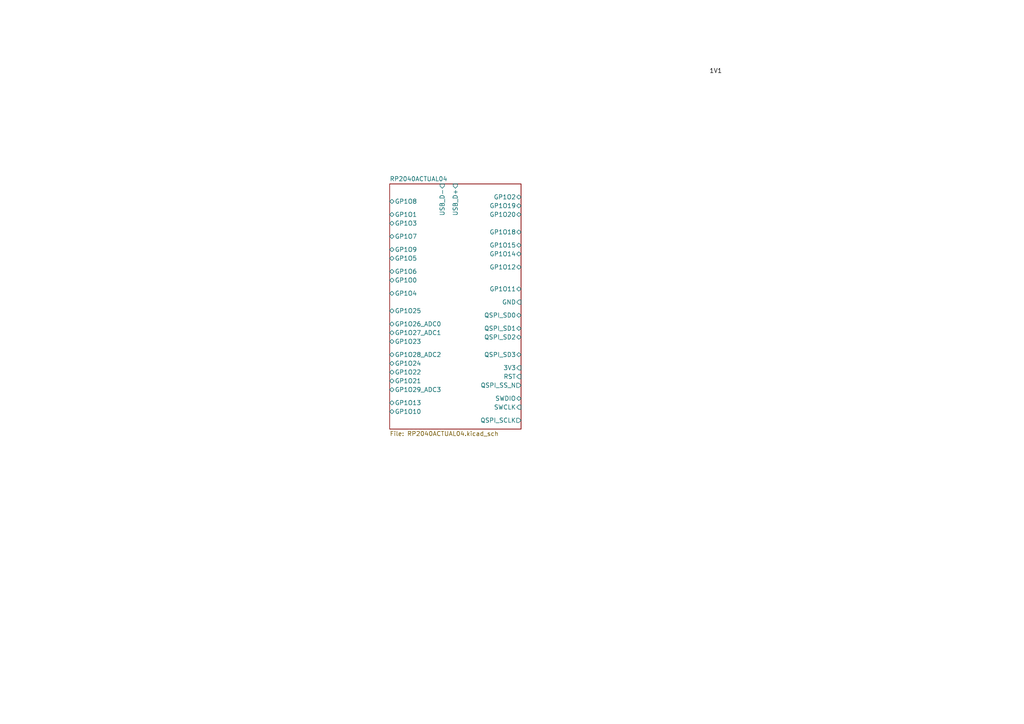
<source format=kicad_sch>
(kicad_sch (version 20230121) (generator eeschema)
  (paper "A4")
  (lib_symbols)
  (label "1V1" (at 205.74 21.59 0))
  (sheet (at 113.03 53.34) (size 38.1 71.12) (stroke (width 0.1524))
    (property "Sheetname" "RP2040ACTUAL04" (at 113.03 52.6284 0) (effects (justify left bottom)))
    (property "Sheetfile" "RP2040ACTUAL04.kicad_sch" (at 113.03 125.0446 0) (effects (justify left top)))
    (pin "GP1O10" bidirectional (at 113.03 119.38 180))
    (pin "GP1O13" bidirectional (at 113.03 116.84 180))
    (pin "GP1O29_ADC3" bidirectional (at 113.03 113.03 180))
    (pin "GP1O21" bidirectional (at 113.03 110.49 180))
    (pin "GP1O22" bidirectional (at 113.03 107.95 180))
    (pin "GP1O24" bidirectional (at 113.03 105.41 180))
    (pin "GP1O28_ADC2" bidirectional (at 113.03 102.87 180))
    (pin "GP1O23" bidirectional (at 113.03 99.06 180))
    (pin "GP1O27_ADC1" bidirectional (at 113.03 96.52 180))
    (pin "GP1O26_ADC0" bidirectional (at 113.03 93.98 180))
    (pin "GP1O25" bidirectional (at 113.03 90.17 180))
    (pin "GP1O4" tri_state (at 113.03 85.09 180))
    (pin "GP1O0" tri_state (at 113.03 81.28 180))
    (pin "GP1O6" tri_state (at 113.03 78.74 180))
    (pin "GP1O5" tri_state (at 113.03 74.93 180))
    (pin "GP1O9" tri_state (at 113.03 72.39 180))
    (pin "GP1O7" tri_state (at 113.03 68.58 180))
    (pin "GP1O3" tri_state (at 113.03 64.77 180))
    (pin "GP1O1" tri_state (at 113.03 62.23 180))
    (pin "GP1O8" tri_state (at 113.03 58.42 180))
    (pin "GP1O2" tri_state (at 151.13 57.15 0))
    (pin "GP1O19" bidirectional (at 151.13 59.69 0))
    (pin "GP1O20" bidirectional (at 151.13 62.23 0))
    (pin "GP1O18" bidirectional (at 151.13 67.31 0))
    (pin "GP1O15" bidirectional (at 151.13 71.12 0))
    (pin "GP1O14" bidirectional (at 151.13 73.66 0))
    (pin "GP1O12" bidirectional (at 151.13 77.47 0))
    (pin "GP1O11" bidirectional (at 151.13 83.82 0))
    (pin "GND" input (at 151.13 87.63 0))
    (pin "QSPI_SD0" bidirectional (at 151.13 91.44 0))
    (pin "QSPI_SD1" bidirectional (at 151.13 95.25 0))
    (pin "QSPI_SD2" bidirectional (at 151.13 97.79 0))
    (pin "QSPI_SD3" bidirectional (at 151.13 102.87 0))
    (pin "3V3" input (at 151.13 106.68 0))
    (pin "RST" input (at 151.13 109.22 0))
    (pin "QSPI_SS_N" output (at 151.13 111.76 0))
    (pin "SWDIO" bidirectional (at 151.13 115.57 0))
    (pin "SWCLK" input (at 151.13 118.11 0))
    (pin "QSPI_SCLK" output (at 151.13 121.92 0))
    (pin "USB_D-" input (at 128.27 53.34 90))
    (pin "USB_D+" input (at 132.08 53.34 90))
  )
)
</source>
